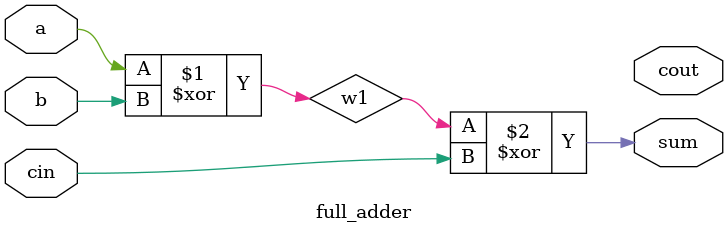
<source format=v>
module full_adder(a, b, cin, sum, cout);

// In this module I will make the full adder cicuit using the gate level modeling (structural modeling)

input a, b, cin;
output sum, cout;

wire w1, w2, w3;

xor x1 (w1, a, b);
xor x2 (sum, w1, cin);
endmodule
</source>
